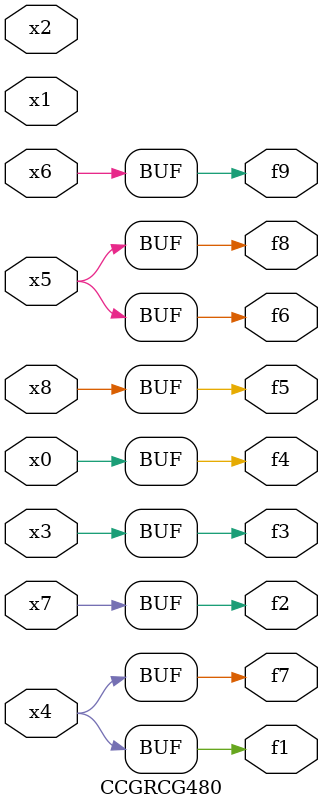
<source format=v>
module CCGRCG480(
	input x0, x1, x2, x3, x4, x5, x6, x7, x8,
	output f1, f2, f3, f4, f5, f6, f7, f8, f9
);
	assign f1 = x4;
	assign f2 = x7;
	assign f3 = x3;
	assign f4 = x0;
	assign f5 = x8;
	assign f6 = x5;
	assign f7 = x4;
	assign f8 = x5;
	assign f9 = x6;
endmodule

</source>
